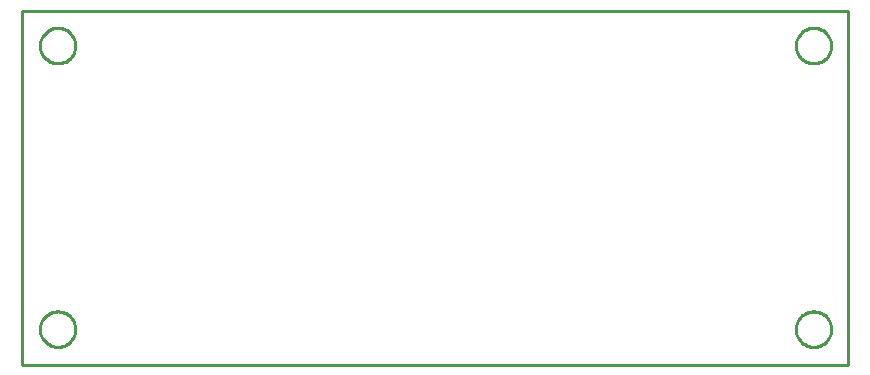
<source format=gbr>
G04 EAGLE Gerber RS-274X export*
G75*
%MOMM*%
%FSLAX34Y34*%
%LPD*%
%IN*%
%IPPOS*%
%AMOC8*
5,1,8,0,0,1.08239X$1,22.5*%
G01*
%ADD10C,0.254000*%


D10*
X0Y0D02*
X699100Y0D01*
X699100Y299600D01*
X0Y299600D01*
X0Y0D01*
X45000Y269464D02*
X44924Y268396D01*
X44771Y267335D01*
X44543Y266288D01*
X44241Y265260D01*
X43867Y264256D01*
X43422Y263281D01*
X42908Y262341D01*
X42329Y261440D01*
X41687Y260582D01*
X40985Y259772D01*
X40228Y259015D01*
X39418Y258313D01*
X38560Y257671D01*
X37659Y257092D01*
X36719Y256578D01*
X35744Y256133D01*
X34740Y255759D01*
X33712Y255457D01*
X32665Y255229D01*
X31604Y255076D01*
X30536Y255000D01*
X29464Y255000D01*
X28396Y255076D01*
X27335Y255229D01*
X26288Y255457D01*
X25260Y255759D01*
X24256Y256133D01*
X23281Y256578D01*
X22341Y257092D01*
X21440Y257671D01*
X20582Y258313D01*
X19772Y259015D01*
X19015Y259772D01*
X18313Y260582D01*
X17671Y261440D01*
X17092Y262341D01*
X16578Y263281D01*
X16133Y264256D01*
X15759Y265260D01*
X15457Y266288D01*
X15229Y267335D01*
X15076Y268396D01*
X15000Y269464D01*
X15000Y270536D01*
X15076Y271604D01*
X15229Y272665D01*
X15457Y273712D01*
X15759Y274740D01*
X16133Y275744D01*
X16578Y276719D01*
X17092Y277659D01*
X17671Y278560D01*
X18313Y279418D01*
X19015Y280228D01*
X19772Y280985D01*
X20582Y281687D01*
X21440Y282329D01*
X22341Y282908D01*
X23281Y283422D01*
X24256Y283867D01*
X25260Y284241D01*
X26288Y284543D01*
X27335Y284771D01*
X28396Y284924D01*
X29464Y285000D01*
X30536Y285000D01*
X31604Y284924D01*
X32665Y284771D01*
X33712Y284543D01*
X34740Y284241D01*
X35744Y283867D01*
X36719Y283422D01*
X37659Y282908D01*
X38560Y282329D01*
X39418Y281687D01*
X40228Y280985D01*
X40985Y280228D01*
X41687Y279418D01*
X42329Y278560D01*
X42908Y277659D01*
X43422Y276719D01*
X43867Y275744D01*
X44241Y274740D01*
X44543Y273712D01*
X44771Y272665D01*
X44924Y271604D01*
X45000Y270536D01*
X45000Y269464D01*
X45000Y29464D02*
X44924Y28396D01*
X44771Y27335D01*
X44543Y26288D01*
X44241Y25260D01*
X43867Y24256D01*
X43422Y23281D01*
X42908Y22341D01*
X42329Y21440D01*
X41687Y20582D01*
X40985Y19772D01*
X40228Y19015D01*
X39418Y18313D01*
X38560Y17671D01*
X37659Y17092D01*
X36719Y16578D01*
X35744Y16133D01*
X34740Y15759D01*
X33712Y15457D01*
X32665Y15229D01*
X31604Y15076D01*
X30536Y15000D01*
X29464Y15000D01*
X28396Y15076D01*
X27335Y15229D01*
X26288Y15457D01*
X25260Y15759D01*
X24256Y16133D01*
X23281Y16578D01*
X22341Y17092D01*
X21440Y17671D01*
X20582Y18313D01*
X19772Y19015D01*
X19015Y19772D01*
X18313Y20582D01*
X17671Y21440D01*
X17092Y22341D01*
X16578Y23281D01*
X16133Y24256D01*
X15759Y25260D01*
X15457Y26288D01*
X15229Y27335D01*
X15076Y28396D01*
X15000Y29464D01*
X15000Y30536D01*
X15076Y31604D01*
X15229Y32665D01*
X15457Y33712D01*
X15759Y34740D01*
X16133Y35744D01*
X16578Y36719D01*
X17092Y37659D01*
X17671Y38560D01*
X18313Y39418D01*
X19015Y40228D01*
X19772Y40985D01*
X20582Y41687D01*
X21440Y42329D01*
X22341Y42908D01*
X23281Y43422D01*
X24256Y43867D01*
X25260Y44241D01*
X26288Y44543D01*
X27335Y44771D01*
X28396Y44924D01*
X29464Y45000D01*
X30536Y45000D01*
X31604Y44924D01*
X32665Y44771D01*
X33712Y44543D01*
X34740Y44241D01*
X35744Y43867D01*
X36719Y43422D01*
X37659Y42908D01*
X38560Y42329D01*
X39418Y41687D01*
X40228Y40985D01*
X40985Y40228D01*
X41687Y39418D01*
X42329Y38560D01*
X42908Y37659D01*
X43422Y36719D01*
X43867Y35744D01*
X44241Y34740D01*
X44543Y33712D01*
X44771Y32665D01*
X44924Y31604D01*
X45000Y30536D01*
X45000Y29464D01*
X685000Y269464D02*
X684924Y268396D01*
X684771Y267335D01*
X684543Y266288D01*
X684241Y265260D01*
X683867Y264256D01*
X683422Y263281D01*
X682908Y262341D01*
X682329Y261440D01*
X681687Y260582D01*
X680985Y259772D01*
X680228Y259015D01*
X679418Y258313D01*
X678560Y257671D01*
X677659Y257092D01*
X676719Y256578D01*
X675744Y256133D01*
X674740Y255759D01*
X673712Y255457D01*
X672665Y255229D01*
X671604Y255076D01*
X670536Y255000D01*
X669464Y255000D01*
X668396Y255076D01*
X667335Y255229D01*
X666288Y255457D01*
X665260Y255759D01*
X664256Y256133D01*
X663281Y256578D01*
X662341Y257092D01*
X661440Y257671D01*
X660582Y258313D01*
X659772Y259015D01*
X659015Y259772D01*
X658313Y260582D01*
X657671Y261440D01*
X657092Y262341D01*
X656578Y263281D01*
X656133Y264256D01*
X655759Y265260D01*
X655457Y266288D01*
X655229Y267335D01*
X655076Y268396D01*
X655000Y269464D01*
X655000Y270536D01*
X655076Y271604D01*
X655229Y272665D01*
X655457Y273712D01*
X655759Y274740D01*
X656133Y275744D01*
X656578Y276719D01*
X657092Y277659D01*
X657671Y278560D01*
X658313Y279418D01*
X659015Y280228D01*
X659772Y280985D01*
X660582Y281687D01*
X661440Y282329D01*
X662341Y282908D01*
X663281Y283422D01*
X664256Y283867D01*
X665260Y284241D01*
X666288Y284543D01*
X667335Y284771D01*
X668396Y284924D01*
X669464Y285000D01*
X670536Y285000D01*
X671604Y284924D01*
X672665Y284771D01*
X673712Y284543D01*
X674740Y284241D01*
X675744Y283867D01*
X676719Y283422D01*
X677659Y282908D01*
X678560Y282329D01*
X679418Y281687D01*
X680228Y280985D01*
X680985Y280228D01*
X681687Y279418D01*
X682329Y278560D01*
X682908Y277659D01*
X683422Y276719D01*
X683867Y275744D01*
X684241Y274740D01*
X684543Y273712D01*
X684771Y272665D01*
X684924Y271604D01*
X685000Y270536D01*
X685000Y269464D01*
X685000Y29464D02*
X684924Y28396D01*
X684771Y27335D01*
X684543Y26288D01*
X684241Y25260D01*
X683867Y24256D01*
X683422Y23281D01*
X682908Y22341D01*
X682329Y21440D01*
X681687Y20582D01*
X680985Y19772D01*
X680228Y19015D01*
X679418Y18313D01*
X678560Y17671D01*
X677659Y17092D01*
X676719Y16578D01*
X675744Y16133D01*
X674740Y15759D01*
X673712Y15457D01*
X672665Y15229D01*
X671604Y15076D01*
X670536Y15000D01*
X669464Y15000D01*
X668396Y15076D01*
X667335Y15229D01*
X666288Y15457D01*
X665260Y15759D01*
X664256Y16133D01*
X663281Y16578D01*
X662341Y17092D01*
X661440Y17671D01*
X660582Y18313D01*
X659772Y19015D01*
X659015Y19772D01*
X658313Y20582D01*
X657671Y21440D01*
X657092Y22341D01*
X656578Y23281D01*
X656133Y24256D01*
X655759Y25260D01*
X655457Y26288D01*
X655229Y27335D01*
X655076Y28396D01*
X655000Y29464D01*
X655000Y30536D01*
X655076Y31604D01*
X655229Y32665D01*
X655457Y33712D01*
X655759Y34740D01*
X656133Y35744D01*
X656578Y36719D01*
X657092Y37659D01*
X657671Y38560D01*
X658313Y39418D01*
X659015Y40228D01*
X659772Y40985D01*
X660582Y41687D01*
X661440Y42329D01*
X662341Y42908D01*
X663281Y43422D01*
X664256Y43867D01*
X665260Y44241D01*
X666288Y44543D01*
X667335Y44771D01*
X668396Y44924D01*
X669464Y45000D01*
X670536Y45000D01*
X671604Y44924D01*
X672665Y44771D01*
X673712Y44543D01*
X674740Y44241D01*
X675744Y43867D01*
X676719Y43422D01*
X677659Y42908D01*
X678560Y42329D01*
X679418Y41687D01*
X680228Y40985D01*
X680985Y40228D01*
X681687Y39418D01*
X682329Y38560D01*
X682908Y37659D01*
X683422Y36719D01*
X683867Y35744D01*
X684241Y34740D01*
X684543Y33712D01*
X684771Y32665D01*
X684924Y31604D01*
X685000Y30536D01*
X685000Y29464D01*
M02*

</source>
